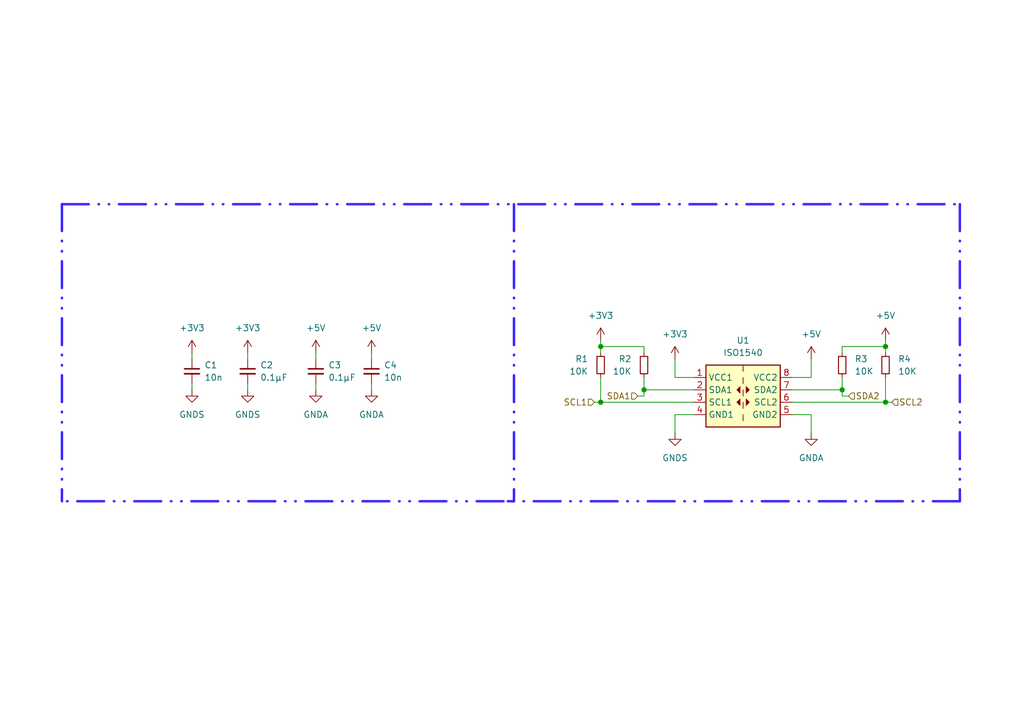
<source format=kicad_sch>
(kicad_sch (version 20231120) (generator "eeschema") (generator_version "8.0")
  (paper "A5")
  (lib_symbols
    (symbol "Device:C_Small" (pin_numbers hide) (pin_names (offset 0.254) hide)
      (property "Reference" "C" (at 0.254 1.778 0))
      (property "Value" "C_Small" (at 0.254 -2.032 0))
      (symbol "C_Small_0_1"
        (polyline (pts (xy -1.524 -0.508) (xy 1.524 -0.508)) (stroke (width 0.3302)))
        (polyline (pts (xy -1.524 0.508) (xy 1.524 0.508)) (stroke (width 0.3048)))
      )
      (symbol "C_Small_1_1"
        (pin passive line (at 0 2.54 270) (length 2.032) (name "~") (number "1"))
        (pin passive line (at 0 -2.54 90) (length 2.032) (name "~") (number "2"))
      )
    )
    (symbol "Device:R_Small" (pin_numbers hide) (pin_names (offset 0.254) hide)
      (property "Reference" "R" (at 0.762 0.508 0))
      (property "Value" "R_Small" (at 0.762 -1.016 0))
      (symbol "R_Small_0_1"
        (rectangle (start -0.762 1.778) (end 0.762 -1.778) (stroke (width 0.2032)))
      )
      (symbol "R_Small_1_1"
        (pin passive line (at 0 2.54 270) (length 0.762) (name "~") (number "1"))
        (pin passive line (at 0 -2.54 90) (length 0.762) (name "~") (number "2"))
      )
    )
    (symbol "Isolator:ISO1540"
      (property "Reference" "U" (at -6.35 6.35 0))
      (property "Value" "ISO1540" (at 3.81 6.35 0))
      (symbol "ISO1540_0_1"
        (rectangle (start -7.62 5.08) (end 7.62 -7.62) (stroke (width 0.254)) (fill (type background)))
        (rectangle (start 0 -5.08) (end 0 -6.35))
        (polyline (pts (xy 0 -2.54) (xy 0 -3.81)))
        (polyline (pts (xy 0 0) (xy 0 -1.27)))
        (polyline (pts (xy 0 2.54) (xy 0 1.27)))
        (polyline (pts (xy 0 5.08) (xy 0 3.81)))
        (polyline (pts (xy -0.635 0.635) (xy -1.27 0) (xy -0.635 -0.635) (xy -0.635 0.635)) (fill (type outline)))
        (polyline (pts (xy 0.635 -1.905) (xy 1.27 -2.54) (xy 0.635 -3.175) (xy 0.635 -1.905)) (fill (type outline)))
        (polyline (pts (xy 0.635 0.635) (xy 1.27 0) (xy 0.635 -0.635) (xy 0.635 0.635)) (fill (type outline)))
      )
      (symbol "ISO1540_1_1"
        (polyline (pts (xy -0.635 -1.905) (xy -1.27 -2.54) (xy -0.635 -3.175) (xy -0.635 -1.905)) (fill (type outline)))
        (pin power_in line (at -10.16 2.54 0) (length 2.54) (name "VCC1") (number "1"))
        (pin bidirectional line (at -10.16 0 0) (length 2.54) (name "SDA1") (number "2"))
        (pin bidirectional line (at -10.16 -2.54 0) (length 2.54) (name "SCL1") (number "3"))
        (pin power_in line (at -10.16 -5.08 0) (length 2.54) (name "GND1") (number "4"))
        (pin power_in line (at 10.16 -5.08 180) (length 2.54) (name "GND2") (number "5"))
        (pin bidirectional line (at 10.16 -2.54 180) (length 2.54) (name "SCL2") (number "6"))
        (pin bidirectional line (at 10.16 0 180) (length 2.54) (name "SDA2") (number "7"))
        (pin power_in line (at 10.16 2.54 180) (length 2.54) (name "VCC2") (number "8"))
      )
    )
    (symbol "power:+3V3" (power) (pin_numbers hide) (pin_names (offset 0) hide)
      (property "Value" "+3V3" (at 0 3.556 0))
      (symbol "+3V3_0_1"
        (polyline (pts (xy -0.762 1.27) (xy 0 2.54)))
        (polyline (pts (xy 0 0) (xy 0 2.54)))
        (polyline (pts (xy 0 2.54) (xy 0.762 1.27)))
      )
      (symbol "+3V3_1_1"
        (pin power_in line (at 0 0 90) (length 0) (name "~") (number "1"))
      )
    )
    (symbol "power:+5V" (power) (pin_numbers hide) (pin_names (offset 0) hide)
      (property "Value" "+5V" (at 0 3.556 0))
      (symbol "+5V_0_1"
        (polyline (pts (xy -0.762 1.27) (xy 0 2.54)))
        (polyline (pts (xy 0 0) (xy 0 2.54)))
        (polyline (pts (xy 0 2.54) (xy 0.762 1.27)))
      )
      (symbol "+5V_1_1"
        (pin power_in line (at 0 0 90) (length 0) (name "~") (number "1"))
      )
    )
    (symbol "power:GNDA" (power) (pin_numbers hide) (pin_names (offset 0) hide)
      (property "Value" "GNDA" (at 0 -3.81 0))
      (symbol "GNDA_0_1"
        (polyline (pts (xy 0 0) (xy 0 -1.27) (xy 1.27 -1.27) (xy 0 -2.54) (xy -1.27 -1.27) (xy 0 -1.27)))
      )
      (symbol "GNDA_1_1"
        (pin power_in line (at 0 0 270) (length 0) (name "~") (number "1"))
      )
    )
    (symbol "power:GNDS" (power) (pin_numbers hide) (pin_names (offset 0) hide)
      (property "Value" "GNDS" (at 0 -3.81 0))
      (symbol "GNDS_0_1"
        (polyline (pts (xy 0 0) (xy 0 -1.27) (xy 1.27 -1.27) (xy 0 -2.54) (xy -1.27 -1.27) (xy 0 -1.27)))
      )
      (symbol "GNDS_1_1"
        (pin power_in line (at 0 0 270) (length 0) (name "~") (number "1"))
      )
    )
  )
  (junction (at 123.19 71.12))
  (junction (at 172.72 80.01))
  (junction (at 132.08 80.01))
  (junction (at 181.61 82.55))
  (junction (at 181.61 71.12))
  (junction (at 123.19 82.55))
  (wire (pts (xy 138.43 85.09) (xy 138.43 88.9)))
  (wire (pts (xy 64.77 72.39) (xy 64.77 73.66)))
  (wire (pts (xy 123.19 69.85) (xy 123.19 71.12)))
  (wire (pts (xy 142.24 82.55) (xy 123.19 82.55)))
  (wire (pts (xy 142.24 85.09) (xy 138.43 85.09)))
  (wire (pts (xy 166.37 77.47) (xy 162.56 77.47)))
  (polyline (pts (xy 105.41 102.87) (xy 104.14 102.87)) (stroke (width 0.5) (type dash_dot_dot) (color 53 32 255 1)))
  (wire (pts (xy 172.72 77.47) (xy 172.72 80.01)))
  (wire (pts (xy 166.37 85.09) (xy 162.56 85.09)))
  (wire (pts (xy 64.77 78.74) (xy 64.77 80.01)))
  (wire (pts (xy 142.24 77.47) (xy 138.43 77.47)))
  (wire (pts (xy 132.08 77.47) (xy 132.08 80.01)))
  (wire (pts (xy 172.72 81.28) (xy 172.72 80.01)))
  (polyline (pts (xy 196.85 102.87) (xy 12.7 102.87)) (stroke (width 0.5) (type dash_dot_dot) (color 53 32 255 1)))
  (wire (pts (xy 138.43 77.47) (xy 138.43 73.66)))
  (wire (pts (xy 172.72 71.12) (xy 181.61 71.12)))
  (wire (pts (xy 39.37 72.39) (xy 39.37 73.66)))
  (polyline (pts (xy 12.7 41.91) (xy 196.85 41.91)) (stroke (width 0.5) (type dash_dot_dot) (color 53 32 255 1)))
  (wire (pts (xy 132.08 71.12) (xy 123.19 71.12)))
  (wire (pts (xy 123.19 71.12) (xy 123.19 72.39)))
  (wire (pts (xy 76.2 78.74) (xy 76.2 80.01)))
  (wire (pts (xy 162.56 80.01) (xy 172.72 80.01)))
  (wire (pts (xy 132.08 72.39) (xy 132.08 71.12)))
  (wire (pts (xy 181.61 71.12) (xy 181.61 72.39)))
  (wire (pts (xy 50.8 72.39) (xy 50.8 73.66)))
  (wire (pts (xy 172.72 72.39) (xy 172.72 71.12)))
  (wire (pts (xy 142.24 80.01) (xy 132.08 80.01)))
  (wire (pts (xy 123.19 77.47) (xy 123.19 82.55)))
  (wire (pts (xy 181.61 69.85) (xy 181.61 71.12)))
  (wire (pts (xy 173.99 81.28) (xy 172.72 81.28)))
  (wire (pts (xy 181.61 77.47) (xy 181.61 82.55)))
  (polyline (pts (xy 196.85 41.91) (xy 196.85 102.87)) (stroke (width 0.5) (type dash_dot_dot) (color 53 32 255 1)))
  (wire (pts (xy 132.08 81.28) (xy 132.08 80.01)))
  (wire (pts (xy 123.19 82.55) (xy 121.92 82.55)))
  (polyline (pts (xy 12.7 41.91) (xy 12.7 102.87)) (stroke (width 0.5) (type dash_dot_dot) (color 53 32 255 1)))
  (wire (pts (xy 166.37 88.9) (xy 166.37 85.09)))
  (wire (pts (xy 181.61 82.55) (xy 182.88 82.55)))
  (wire (pts (xy 130.81 81.28) (xy 132.08 81.28)))
  (wire (pts (xy 76.2 72.39) (xy 76.2 73.66)))
  (wire (pts (xy 50.8 78.74) (xy 50.8 80.01)))
  (wire (pts (xy 39.37 78.74) (xy 39.37 80.01)))
  (wire (pts (xy 162.56 82.55) (xy 181.61 82.55)))
  (polyline (pts (xy 105.41 41.91) (xy 105.41 102.87)) (stroke (width 0.5) (type dash_dot_dot) (color 53 32 255 1)))
  (wire (pts (xy 166.37 73.66) (xy 166.37 77.47)))
  (hierarchical_label "SDA2" (shape input) (at 173.99 81.28 0))
  (hierarchical_label "SDA1" (shape input) (at 130.81 81.28 180))
  (hierarchical_label "SCL2" (shape input) (at 182.88 82.55 0))
  (hierarchical_label "SCL1" (shape input) (at 121.92 82.55 180))
  (symbol (lib_id "Isolator:ISO1540") (at 152.4 80.01 0) (unit 1)
    (property "Reference" "U1" (at 152.4 69.85 0))
    (property "Value" "ISO1540" (at 152.4 72.39 0))
    (property "Footprint" "Package_SO:SOIC-8_3.9x4.9mm_P1.27mm" (effects (hide yes)))
    (property "Datasheet" "http://www.ti.com/lit/ds/symlink/iso1541.pdf" (effects (hide yes)))
    (property "Description" "I2C Isolator, 2.5 kVrms, Bidirectional clock and data, SOIC-8" (effects (hide yes)))
    (instances (project "LPG_Control_Board" (path "" (reference "U1") (unit 1)) (path "" (reference "U5") (unit 1))))
  )
  (symbol (lib_id "power:GNDA") (at 76.2 80.01 0) (unit 1)
    (property "Reference" "#PWR08" (effects (hide yes)))
    (property "Value" "GNDA" (at 76.2 85.09 0))
    (property "Description" "Power symbol creates a global label with name \"GNDA\" , analog ground" (effects (hide yes)))
    (instances (project "LPG_Control_Board" (path "" (reference "#PWR08") (unit 1)) (path "" (reference "#PWR024") (unit 1))))
  )
  (symbol (lib_id "power:GNDS") (at 39.37 80.01 0) (unit 1)
    (property "Reference" "#PWR02" (effects (hide yes)))
    (property "Value" "GNDS" (at 39.37 85.09 0))
    (property "Description" "Power symbol creates a global label with name \"GNDS\" , signal ground" (effects (hide yes)))
    (instances (project "LPG_Control_Board" (path "" (reference "#PWR02") (unit 1)) (path "" (reference "#PWR018") (unit 1))))
  )
  (symbol (lib_id "Device:C_Small") (at 50.8 76.2 0) (unit 1)
    (property "Reference" "C2" (at 53.34 74.9362 0) (effects (justify left)))
    (property "Value" "0.1µF" (at 53.34 77.4762 0) (effects (justify left)))
    (property "Description" "Unpolarized capacitor, small symbol" (effects (hide yes)))
    (instances (project "LPG_Control_Board" (path "" (reference "C2") (unit 1)) (path "" (reference "C7") (unit 1))))
  )
  (symbol (lib_id "power:GNDS") (at 138.43 88.9 0) (unit 1)
    (property "Reference" "#PWR011" (effects (hide yes)))
    (property "Value" "GNDS" (at 138.43 93.98 0))
    (property "Description" "Power symbol creates a global label with name \"GNDS\" , signal ground" (effects (hide yes)))
    (instances (project "LPG_Control_Board" (path "" (reference "#PWR011") (unit 1)) (path "" (reference "#PWR027") (unit 1))))
  )
  (symbol (lib_id "Device:R_Small") (at 123.19 74.93 0) (unit 1)
    (property "Reference" "R1" (at 120.65 73.6599 0) (effects (justify right)))
    (property "Value" "10K" (at 120.65 76.1999 0) (effects (justify right)))
    (property "Description" "Resistor, small symbol" (effects (hide yes)))
    (instances (project "LPG_Control_Board" (path "" (reference "R1") (unit 1)) (path "" (reference "R6") (unit 1))))
  )
  (symbol (lib_id "Device:C_Small") (at 39.37 76.2 0) (unit 1)
    (property "Reference" "C1" (at 41.91 74.9362 0) (effects (justify left)))
    (property "Value" "10n" (at 41.91 77.4762 0) (effects (justify left)))
    (property "Description" "Unpolarized capacitor, small symbol" (effects (hide yes)))
    (instances (project "LPG_Control_Board" (path "" (reference "C1") (unit 1)) (path "" (reference "C6") (unit 1))))
  )
  (symbol (lib_id "power:GNDA") (at 166.37 88.9 0) (unit 1)
    (property "Reference" "#PWR013" (effects (hide yes)))
    (property "Value" "GNDA" (at 166.37 93.98 0))
    (property "Description" "Power symbol creates a global label with name \"GNDA\" , analog ground" (effects (hide yes)))
    (instances (project "LPG_Control_Board" (path "" (reference "#PWR013") (unit 1)) (path "" (reference "#PWR029") (unit 1))))
  )
  (symbol (lib_id "power:+3V3") (at 138.43 73.66 0) (unit 1)
    (property "Reference" "#PWR010" (effects (hide yes)))
    (property "Value" "+3V3" (at 138.43 68.58 0))
    (property "Description" "Power symbol creates a global label with name \"+3V3\"" (effects (hide yes)))
    (instances (project "LPG_Control_Board" (path "" (reference "#PWR010") (unit 1)) (path "" (reference "#PWR026") (unit 1))))
  )
  (symbol (lib_id "power:+5V") (at 166.37 73.66 0) (unit 1)
    (property "Reference" "#PWR012" (effects (hide yes)))
    (property "Value" "+5V" (at 166.37 68.58 0))
    (property "Description" "Power symbol creates a global label with name \"+5V\"" (effects (hide yes)))
    (instances (project "LPG_Control_Board" (path "" (reference "#PWR012") (unit 1)) (path "" (reference "#PWR028") (unit 1))))
  )
  (symbol (lib_id "power:+3V3") (at 123.19 69.85 0) (unit 1)
    (property "Reference" "#PWR09" (effects (hide yes)))
    (property "Value" "+3V3" (at 123.19 64.77 0))
    (property "Description" "Power symbol creates a global label with name \"+3V3\"" (effects (hide yes)))
    (instances (project "LPG_Control_Board" (path "" (reference "#PWR09") (unit 1)) (path "" (reference "#PWR025") (unit 1))))
  )
  (symbol (lib_id "Device:R_Small") (at 181.61 74.93 0) (mirror y) (unit 1)
    (property "Reference" "R4" (at 184.15 73.6599 0) (effects (justify right)))
    (property "Value" "10K" (at 184.15 76.1999 0) (effects (justify right)))
    (property "Description" "Resistor, small symbol" (effects (hide yes)))
    (instances (project "LPG_Control_Board" (path "" (reference "R4") (unit 1)) (path "" (reference "R9") (unit 1))))
  )
  (symbol (lib_id "power:GNDA") (at 64.77 80.01 0) (unit 1)
    (property "Reference" "#PWR06" (effects (hide yes)))
    (property "Value" "GNDA" (at 64.77 85.09 0))
    (property "Description" "Power symbol creates a global label with name \"GNDA\" , analog ground" (effects (hide yes)))
    (instances (project "LPG_Control_Board" (path "" (reference "#PWR06") (unit 1)) (path "" (reference "#PWR022") (unit 1))))
  )
  (symbol (lib_id "power:+5V") (at 76.2 72.39 0) (unit 1)
    (property "Reference" "#PWR07" (effects (hide yes)))
    (property "Value" "+5V" (at 76.2 67.31 0))
    (property "Description" "Power symbol creates a global label with name \"+5V\"" (effects (hide yes)))
    (instances (project "LPG_Control_Board" (path "" (reference "#PWR07") (unit 1)) (path "" (reference "#PWR023") (unit 1))))
  )
  (symbol (lib_id "Device:C_Small") (at 76.2 76.2 0) (unit 1)
    (property "Reference" "C4" (at 78.74 74.9362 0) (effects (justify left)))
    (property "Value" "10n" (at 78.74 77.4762 0) (effects (justify left)))
    (property "Description" "Unpolarized capacitor, small symbol" (effects (hide yes)))
    (instances (project "LPG_Control_Board" (path "" (reference "C4") (unit 1)) (path "" (reference "C9") (unit 1))))
  )
  (symbol (lib_id "power:+5V") (at 64.77 72.39 0) (unit 1)
    (property "Reference" "#PWR05" (effects (hide yes)))
    (property "Value" "+5V" (at 64.77 67.31 0))
    (property "Description" "Power symbol creates a global label with name \"+5V\"" (effects (hide yes)))
    (instances (project "LPG_Control_Board" (path "" (reference "#PWR05") (unit 1)) (path "" (reference "#PWR021") (unit 1))))
  )
  (symbol (lib_id "Device:R_Small") (at 172.72 74.93 0) (mirror y) (unit 1)
    (property "Reference" "R3" (at 175.26 73.6599 0) (effects (justify right)))
    (property "Value" "10K" (at 175.26 76.1999 0) (effects (justify right)))
    (property "Description" "Resistor, small symbol" (effects (hide yes)))
    (instances (project "LPG_Control_Board" (path "" (reference "R3") (unit 1)) (path "" (reference "R8") (unit 1))))
  )
  (symbol (lib_id "power:+3V3") (at 39.37 72.39 0) (unit 1)
    (property "Reference" "#PWR01" (effects (hide yes)))
    (property "Value" "+3V3" (at 39.37 67.31 0))
    (property "Description" "Power symbol creates a global label with name \"+3V3\"" (effects (hide yes)))
    (instances (project "LPG_Control_Board" (path "" (reference "#PWR01") (unit 1)) (path "" (reference "#PWR017") (unit 1))))
  )
  (symbol (lib_id "Device:R_Small") (at 132.08 74.93 0) (unit 1)
    (property "Reference" "R2" (at 129.54 73.6599 0) (effects (justify right)))
    (property "Value" "10K" (at 129.54 76.1999 0) (effects (justify right)))
    (property "Description" "Resistor, small symbol" (effects (hide yes)))
    (instances (project "LPG_Control_Board" (path "" (reference "R2") (unit 1)) (path "" (reference "R7") (unit 1))))
  )
  (symbol (lib_id "power:GNDS") (at 50.8 80.01 0) (unit 1)
    (property "Reference" "#PWR04" (effects (hide yes)))
    (property "Value" "GNDS" (at 50.8 85.09 0))
    (property "Description" "Power symbol creates a global label with name \"GNDS\" , signal ground" (effects (hide yes)))
    (instances (project "LPG_Control_Board" (path "" (reference "#PWR04") (unit 1)) (path "" (reference "#PWR020") (unit 1))))
  )
  (symbol (lib_id "power:+5V") (at 181.61 69.85 0) (unit 1)
    (property "Reference" "#PWR014" (effects (hide yes)))
    (property "Value" "+5V" (at 181.61 64.77 0))
    (property "Description" "Power symbol creates a global label with name \"+5V\"" (effects (hide yes)))
    (instances (project "LPG_Control_Board" (path "" (reference "#PWR014") (unit 1)) (path "" (reference "#PWR030") (unit 1))))
  )
  (symbol (lib_id "Device:C_Small") (at 64.77 76.2 0) (unit 1)
    (property "Reference" "C3" (at 67.31 74.9362 0) (effects (justify left)))
    (property "Value" "0.1µF" (at 67.31 77.4762 0) (effects (justify left)))
    (property "Description" "Unpolarized capacitor, small symbol" (effects (hide yes)))
    (instances (project "LPG_Control_Board" (path "" (reference "C3") (unit 1)) (path "" (reference "C8") (unit 1))))
  )
  (symbol (lib_id "power:+3V3") (at 50.8 72.39 0) (unit 1)
    (property "Reference" "#PWR03" (effects (hide yes)))
    (property "Value" "+3V3" (at 50.8 67.31 0))
    (property "Description" "Power symbol creates a global label with name \"+3V3\"" (effects (hide yes)))
    (instances (project "LPG_Control_Board" (path "" (reference "#PWR03") (unit 1)) (path "" (reference "#PWR019") (unit 1))))
  )
)
</source>
